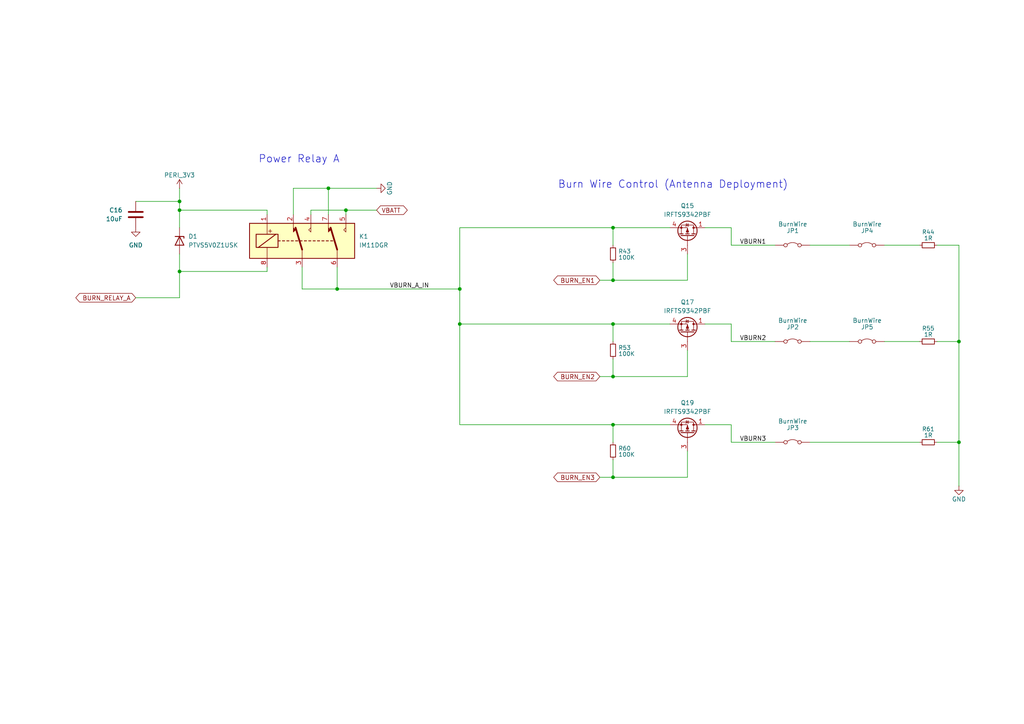
<source format=kicad_sch>
(kicad_sch (version 20231120) (generator "eeschema") (generator_version "8.0")
  (paper "A4")
  (lib_symbols
    (symbol "Device:C" (pin_numbers hide) (pin_names (offset 0.254))
      (property "Reference" "C" (at 0.635 2.54 0))
      (property "Value" "C" (at 0.635 -2.54 0))
      (symbol "C_0_1"
        (polyline (pts (xy -2.032 -0.762) (xy 2.032 -0.762)) (stroke (width 0.508)))
        (polyline (pts (xy -2.032 0.762) (xy 2.032 0.762)) (stroke (width 0.508)))
      )
      (symbol "C_1_1"
        (pin passive line (at 0 3.81 270) (length 2.794) (name "~") (number "1"))
        (pin passive line (at 0 -3.81 90) (length 2.794) (name "~") (number "2"))
      )
    )
    (symbol "Device:R_Small" (pin_numbers hide) (pin_names (offset 0.254) hide)
      (property "Reference" "R" (at 0.762 0.508 0))
      (property "Value" "R_Small" (at 0.762 -1.016 0))
      (symbol "R_Small_0_1"
        (rectangle (start -0.762 1.778) (end 0.762 -1.778) (stroke (width 0.2032)))
      )
      (symbol "R_Small_1_1"
        (pin passive line (at 0 2.54 270) (length 0.762) (name "~") (number "1"))
        (pin passive line (at 0 -2.54 90) (length 0.762) (name "~") (number "2"))
      )
    )
    (symbol "Diode:PTVS5V0Z1USK" (pin_numbers hide) (pin_names hide)
      (property "Reference" "D" (at 0 2.54 0))
      (property "Value" "PTVS5V0Z1USK" (at 0 -2.54 0))
      (symbol "PTVS5V0Z1USK_0_1"
        (polyline (pts (xy 1.27 0) (xy -1.27 0)))
        (polyline (pts (xy -1.27 -1.27) (xy -1.27 1.27) (xy -0.762 1.27)) (stroke (width 0.254)))
        (polyline (pts (xy 1.27 -1.27) (xy 1.27 1.27) (xy -1.27 0) (xy 1.27 -1.27)) (stroke (width 0.254)))
      )
      (symbol "PTVS5V0Z1USK_1_1"
        (pin passive line (at -3.81 0 0) (length 2.54) (name "K") (number "1"))
        (pin passive line (at 3.81 0 180) (length 2.54) (name "A") (number "2"))
      )
    )
    (symbol "Jumper:Jumper_2_Bridged" (pin_numbers hide) (pin_names (offset 0) hide) (exclude_from_sim yes)
      (property "Reference" "JP" (at 0 1.905 0))
      (property "Value" "Jumper_2_Bridged" (at 0 -2.54 0))
      (symbol "Jumper_2_Bridged_0_0"
        (circle (center -2.032 0) (radius 0.508))
        (circle (center 2.032 0) (radius 0.508))
      )
      (symbol "Jumper_2_Bridged_0_1"
        (arc (start 1.524 0.254) (mid 0 0.762) (end -1.524 0.254))
      )
      (symbol "Jumper_2_Bridged_1_1"
        (pin passive line (at -5.08 0 0) (length 2.54) (name "A") (number "1"))
        (pin passive line (at 5.08 0 180) (length 2.54) (name "B") (number "2"))
      )
    )
    (symbol "Relay:IM02"
      (property "Reference" "K" (at 16.51 3.81 0))
      (property "Value" "IM02" (at 16.51 1.27 0))
      (symbol "IM02_0_0"
        (text "+" (at -9.271 2.921 0) (effects (font (size 1.27 1.27))))
      )
      (symbol "IM02_0_1"
        (rectangle (start -15.24 5.08) (end 15.24 -5.08) (stroke (width 0.254)) (fill (type background)))
        (rectangle (start -13.335 1.905) (end -6.985 -1.905) (stroke (width 0.254)))
        (polyline (pts (xy -12.7 -1.905) (xy -7.62 1.905)) (stroke (width 0.254)))
        (polyline (pts (xy -10.16 -5.08) (xy -10.16 -1.905)))
        (polyline (pts (xy -10.16 5.08) (xy -10.16 1.905)))
        (polyline (pts (xy -6.985 0) (xy -6.35 0)) (stroke (width 0.254)))
        (polyline (pts (xy -5.715 0) (xy -5.08 0)) (stroke (width 0.254)))
        (polyline (pts (xy -4.445 0) (xy -3.81 0)) (stroke (width 0.254)))
        (polyline (pts (xy -3.175 0) (xy -2.54 0)) (stroke (width 0.254)))
        (polyline (pts (xy -1.905 0) (xy -1.27 0)) (stroke (width 0.254)))
        (polyline (pts (xy -0.635 0) (xy 0 0)) (stroke (width 0.254)))
        (polyline (pts (xy 0 -2.54) (xy -1.905 3.81)) (stroke (width 0.508)))
        (polyline (pts (xy 0 -2.54) (xy 0 -5.08)))
        (polyline (pts (xy 0.635 0) (xy 1.27 0)) (stroke (width 0.254)))
        (polyline (pts (xy 1.905 0) (xy 2.54 0)) (stroke (width 0.254)))
        (polyline (pts (xy 3.175 0) (xy 3.81 0)) (stroke (width 0.254)))
        (polyline (pts (xy 4.445 0) (xy 5.08 0)) (stroke (width 0.254)))
        (polyline (pts (xy 5.715 0) (xy 6.35 0)) (stroke (width 0.254)))
        (polyline (pts (xy 6.985 0) (xy 7.62 0)) (stroke (width 0.254)))
        (polyline (pts (xy 8.255 0) (xy 8.89 0)) (stroke (width 0.254)))
        (polyline (pts (xy 10.16 -2.54) (xy 8.255 3.81)) (stroke (width 0.508)))
        (polyline (pts (xy 10.16 -2.54) (xy 10.16 -5.08)))
        (polyline (pts (xy -2.54 5.08) (xy -2.54 2.54) (xy -1.905 3.175) (xy -2.54 3.81)) (fill (type outline)))
        (polyline (pts (xy 2.54 5.08) (xy 2.54 2.54) (xy 1.905 3.175) (xy 2.54 3.81)))
        (polyline (pts (xy 7.62 5.08) (xy 7.62 2.54) (xy 8.255 3.175) (xy 7.62 3.81)) (fill (type outline)))
        (polyline (pts (xy 12.7 5.08) (xy 12.7 2.54) (xy 12.065 3.175) (xy 12.7 3.81)))
      )
      (symbol "IM02_1_1"
        (pin passive line (at -10.16 7.62 270) (length 2.54) (name "~") (number "1"))
        (pin passive line (at -2.54 7.62 270) (length 2.54) (name "~") (number "2"))
        (pin passive line (at 0 -7.62 90) (length 2.54) (name "~") (number "3"))
        (pin passive line (at 2.54 7.62 270) (length 2.54) (name "~") (number "4"))
        (pin passive line (at 12.7 7.62 270) (length 2.54) (name "~") (number "5"))
        (pin passive line (at 10.16 -7.62 90) (length 2.54) (name "~") (number "6"))
        (pin passive line (at 7.62 7.62 270) (length 2.54) (name "~") (number "7"))
        (pin passive line (at -10.16 -7.62 90) (length 2.54) (name "~") (number "8"))
      )
    )
    (symbol "Transistor_FET:IRFTS9342PBF" (pin_names hide)
      (property "Reference" "Q" (at 5.08 1.905 0))
      (property "Value" "IRFTS9342PBF" (at 5.08 0 0))
      (symbol "IRFTS9342PBF_0_1"
        (polyline (pts (xy 0.254 0) (xy -2.54 0)))
        (polyline (pts (xy 0.254 1.905) (xy 0.254 -1.905)) (stroke (width 0.254)))
        (polyline (pts (xy 0.762 -1.27) (xy 0.762 -2.286)) (stroke (width 0.254)))
        (polyline (pts (xy 0.762 0.508) (xy 0.762 -0.508)) (stroke (width 0.254)))
        (polyline (pts (xy 0.762 2.286) (xy 0.762 1.27)) (stroke (width 0.254)))
        (polyline (pts (xy 2.54 2.54) (xy 2.54 1.778)))
        (polyline (pts (xy 2.54 -2.54) (xy 2.54 0) (xy 0.762 0)))
        (polyline (pts (xy 0.762 1.778) (xy 3.302 1.778) (xy 3.302 -1.778) (xy 0.762 -1.778)))
        (polyline (pts (xy 2.286 0) (xy 1.27 0.381) (xy 1.27 -0.381) (xy 2.286 0)) (fill (type outline)))
        (polyline (pts (xy 2.794 -0.508) (xy 2.921 -0.381) (xy 3.683 -0.381) (xy 3.81 -0.254)))
        (polyline (pts (xy 3.302 -0.381) (xy 2.921 0.254) (xy 3.683 0.254) (xy 3.302 -0.381)))
        (circle (center 1.651 0) (radius 2.794) (stroke (width 0.254)))
        (circle (center 2.54 -1.778) (radius 0.254) (fill (type outline)))
        (circle (center 2.54 1.778) (radius 0.254) (fill (type outline)))
      )
      (symbol "IRFTS9342PBF_1_1"
        (pin passive line (at 2.54 5.08 270) (length 2.54) (name "D") (number "1"))
        (pin passive line (at 2.54 5.08 270) (length 2.54) hide (name "D") (number "2"))
        (pin input line (at -5.08 0 0) (length 2.54) (name "G") (number "3"))
        (pin passive line (at 2.54 -5.08 90) (length 2.54) (name "S") (number "4"))
        (pin passive line (at 2.54 5.08 270) (length 2.54) hide (name "D") (number "5"))
        (pin passive line (at 2.54 5.08 270) (length 2.54) hide (name "D") (number "6"))
      )
    )
    (symbol "power:+3.3V" (power) (pin_numbers hide) (pin_names (offset 0) hide)
      (property "Value" "+3.3V" (at 0 3.556 0))
      (symbol "+3.3V_0_1"
        (polyline (pts (xy -0.762 1.27) (xy 0 2.54)))
        (polyline (pts (xy 0 0) (xy 0 2.54)))
        (polyline (pts (xy 0 2.54) (xy 0.762 1.27)))
      )
      (symbol "+3.3V_1_1"
        (pin power_in line (at 0 0 90) (length 0) (name "~") (number "1"))
      )
    )
    (symbol "power:GND" (power) (pin_numbers hide) (pin_names (offset 0) hide)
      (property "Value" "GND" (at 0 -3.81 0))
      (symbol "GND_0_1"
        (polyline (pts (xy 0 0) (xy 0 -1.27) (xy 1.27 -1.27) (xy 0 -2.54) (xy -1.27 -1.27) (xy 0 -1.27)))
      )
      (symbol "GND_1_1"
        (pin power_in line (at 0 0 270) (length 0) (name "~") (number "1"))
      )
    )
  )
  (junction (at 177.8 138.43))
  (junction (at 177.8 93.98))
  (junction (at 177.8 81.28))
  (junction (at 52.07 60.96))
  (junction (at 278.13 99.06))
  (junction (at 177.8 123.19))
  (junction (at 278.13 128.27))
  (junction (at 52.07 78.74))
  (junction (at 95.25 54.61))
  (junction (at 133.35 83.82))
  (junction (at 97.79 83.82))
  (junction (at 52.07 58.42))
  (junction (at 133.35 93.98))
  (junction (at 177.8 66.04))
  (junction (at 100.33 60.96))
  (junction (at 177.8 109.22))
  (wire (pts (xy 39.37 58.42) (xy 52.07 58.42)))
  (wire (pts (xy 133.35 83.82) (xy 133.35 93.98)))
  (wire (pts (xy 133.35 93.98) (xy 177.8 93.98)))
  (wire (pts (xy 177.8 93.98) (xy 177.8 99.06)))
  (wire (pts (xy 133.35 123.19) (xy 177.8 123.19)))
  (wire (pts (xy 199.39 81.28) (xy 199.39 73.66)))
  (wire (pts (xy 234.95 128.27) (xy 266.7 128.27)))
  (wire (pts (xy 52.07 78.74) (xy 52.07 73.66)))
  (wire (pts (xy 52.07 54.61) (xy 52.07 58.42)))
  (wire (pts (xy 177.8 93.98) (xy 194.31 93.98)))
  (wire (pts (xy 177.8 104.14) (xy 177.8 109.22)))
  (wire (pts (xy 177.8 109.22) (xy 199.39 109.22)))
  (wire (pts (xy 173.99 109.22) (xy 177.8 109.22)))
  (wire (pts (xy 234.95 99.06) (xy 246.38 99.06)))
  (wire (pts (xy 95.25 54.61) (xy 109.22 54.61)))
  (wire (pts (xy 133.35 66.04) (xy 177.8 66.04)))
  (wire (pts (xy 212.09 66.04) (xy 212.09 71.12)))
  (wire (pts (xy 204.47 66.04) (xy 212.09 66.04)))
  (wire (pts (xy 212.09 71.12) (xy 224.79 71.12)))
  (wire (pts (xy 133.35 93.98) (xy 133.35 123.19)))
  (wire (pts (xy 177.8 81.28) (xy 199.39 81.28)))
  (wire (pts (xy 278.13 71.12) (xy 278.13 99.06)))
  (wire (pts (xy 95.25 54.61) (xy 95.25 62.23)))
  (wire (pts (xy 177.8 133.35) (xy 177.8 138.43)))
  (wire (pts (xy 212.09 128.27) (xy 224.79 128.27)))
  (wire (pts (xy 97.79 77.47) (xy 97.79 83.82)))
  (wire (pts (xy 39.37 86.36) (xy 52.07 86.36)))
  (wire (pts (xy 204.47 93.98) (xy 212.09 93.98)))
  (wire (pts (xy 278.13 140.97) (xy 278.13 128.27)))
  (wire (pts (xy 77.47 78.74) (xy 77.47 77.47)))
  (wire (pts (xy 199.39 109.22) (xy 199.39 101.6)))
  (wire (pts (xy 256.54 99.06) (xy 266.7 99.06)))
  (wire (pts (xy 173.99 81.28) (xy 177.8 81.28)))
  (wire (pts (xy 212.09 99.06) (xy 224.79 99.06)))
  (wire (pts (xy 177.8 76.2) (xy 177.8 81.28)))
  (wire (pts (xy 199.39 138.43) (xy 199.39 130.81)))
  (wire (pts (xy 133.35 83.82) (xy 133.35 66.04)))
  (wire (pts (xy 85.09 54.61) (xy 85.09 62.23)))
  (wire (pts (xy 212.09 123.19) (xy 212.09 128.27)))
  (wire (pts (xy 278.13 71.12) (xy 271.78 71.12)))
  (wire (pts (xy 77.47 60.96) (xy 77.47 62.23)))
  (wire (pts (xy 52.07 78.74) (xy 77.47 78.74)))
  (wire (pts (xy 52.07 78.74) (xy 52.07 86.36)))
  (wire (pts (xy 177.8 123.19) (xy 177.8 128.27)))
  (wire (pts (xy 234.95 71.12) (xy 246.38 71.12)))
  (wire (pts (xy 173.99 138.43) (xy 177.8 138.43)))
  (wire (pts (xy 52.07 58.42) (xy 52.07 60.96)))
  (wire (pts (xy 100.33 60.96) (xy 109.22 60.96)))
  (wire (pts (xy 52.07 60.96) (xy 52.07 66.04)))
  (wire (pts (xy 85.09 54.61) (xy 95.25 54.61)))
  (wire (pts (xy 87.63 83.82) (xy 87.63 77.47)))
  (wire (pts (xy 204.47 123.19) (xy 212.09 123.19)))
  (wire (pts (xy 256.54 71.12) (xy 266.7 71.12)))
  (wire (pts (xy 177.8 66.04) (xy 177.8 71.12)))
  (wire (pts (xy 271.78 128.27) (xy 278.13 128.27)))
  (wire (pts (xy 212.09 93.98) (xy 212.09 99.06)))
  (wire (pts (xy 90.17 60.96) (xy 100.33 60.96)))
  (wire (pts (xy 90.17 60.96) (xy 90.17 62.23)))
  (wire (pts (xy 100.33 60.96) (xy 100.33 62.23)))
  (wire (pts (xy 87.63 83.82) (xy 97.79 83.82)))
  (wire (pts (xy 177.8 66.04) (xy 194.31 66.04)))
  (wire (pts (xy 52.07 60.96) (xy 77.47 60.96)))
  (wire (pts (xy 177.8 138.43) (xy 199.39 138.43)))
  (wire (pts (xy 271.78 99.06) (xy 278.13 99.06)))
  (wire (pts (xy 278.13 99.06) (xy 278.13 128.27)))
  (wire (pts (xy 177.8 123.19) (xy 194.31 123.19)))
  (wire (pts (xy 97.79 83.82) (xy 133.35 83.82)))
  (text "Burn Wire Control (Antenna Deployment)" (at 161.798 54.864 0) (effects (font (size 2.159 2.159)) (justify left bottom)))
  (text "Power Relay A" (at 74.93 47.498 0) (effects (font (size 2.159 2.159)) (justify left bottom)))
  (label "VBURN3" (at 222.25 128.27 180))
  (label "VBURN_A_IN" (at 113.03 83.82 0))
  (label "VBURN2" (at 222.25 99.06 180))
  (label "VBURN1" (at 222.25 71.12 180))
  (global_label "BURN_EN1" (shape bidirectional) (at 173.99 81.28 180) (property "Intersheetrefs" "${INTERSHEET_REFS}" (effects (hide yes))))
  (global_label "BURN_RELAY_A" (shape bidirectional) (at 39.37 86.36 180) (property "Intersheetrefs" "${INTERSHEET_REFS}" (effects (hide yes))))
  (global_label "BURN_EN3" (shape bidirectional) (at 173.99 138.43 180) (property "Intersheetrefs" "${INTERSHEET_REFS}" (effects (hide yes))))
  (global_label "VBATT" (shape bidirectional) (at 109.22 60.96 0) (property "Intersheetrefs" "${INTERSHEET_REFS}" (effects (hide yes))))
  (global_label "BURN_EN2" (shape bidirectional) (at 173.99 109.22 180) (property "Intersheetrefs" "${INTERSHEET_REFS}" (effects (hide yes))))
  (symbol (lib_id "Device:R_Small") (at 177.8 101.6 180) (unit 1)
    (property "Reference" "R53" (at 179.324 100.838 0) (effects (font (size 1.2 1.2)) (justify right)))
    (property "Value" "100K" (at 179.324 102.616 0) (effects (font (size 1.2 1.2)) (justify right)))
    (property "Footprint" "Resistor_SMD:R_0603_1608Metric" (effects (hide yes)))
    (property "Description" "Resistor, small symbol" (effects (hide yes)))
  )
  (symbol (lib_id "Jumper:Jumper_2_Bridged") (at 251.46 71.12 0) (unit 1)
    (property "Reference" "JP4" (at 249.682 66.929 0) (effects (justify left)))
    (property "Value" "BurnWire" (at 247.269 65.024 0) (effects (justify left)))
    (property "Footprint" "Argus-Miscellaneous:Burn-Wire" (effects (hide yes)))
  )
  (symbol (lib_id "Transistor_FET:IRFTS9342PBF") (at 199.39 125.73 270) (mirror x) (unit 1)
    (property "Reference" "Q19" (at 199.39 116.84 90))
    (property "Value" "IRFTS9342PBF" (at 199.39 119.38 90))
    (property "Footprint" "Package_SO:TSOP-6_1.65x3.05mm_P0.95mm" (effects (hide yes)))
    (property "Datasheet" "https://www.infineon.com/dgdl/irfts9342pbf.pdf?fileId=5546d462533600a40153563aeabc21f3" (effects (hide yes)))
    (property "Description" "-5.8A Id, -30V Vds, 40mOhm Rds, P-Channel HEXFET Power MOSFET, TSOP-6" (effects (hide yes)))
  )
  (symbol (lib_id "power:GND") (at 278.13 140.97 0) (unit 1)
    (property "Reference" "#PWR032" (effects (hide yes)))
    (property "Value" "GND" (at 278.13 144.78 0))
    (property "Description" "Power symbol creates a global label with name \"GND\" , ground" (effects (hide yes)))
  )
  (symbol (lib_id "power:GND") (at 109.22 54.61 90) (unit 1)
    (property "Reference" "#PWR028" (effects (hide yes)))
    (property "Value" "GND" (at 113.03 54.61 0))
    (property "Description" "Power symbol creates a global label with name \"GND\" , ground" (effects (hide yes)))
  )
  (symbol (lib_id "Jumper:Jumper_2_Bridged") (at 229.87 99.06 0) (unit 1)
    (property "Reference" "JP2" (at 228.092 94.869 0) (effects (justify left)))
    (property "Value" "BurnWire" (at 225.679 92.964 0) (effects (justify left)))
    (property "Footprint" "Argus-Miscellaneous:Burn-Wire" (effects (hide yes)))
  )
  (symbol (lib_id "Device:C") (at 39.37 62.23 0) (mirror y) (unit 1)
    (property "Reference" "C16" (at 35.56 60.9599 0) (effects (justify left)))
    (property "Value" "10uF" (at 35.56 63.4999 0) (effects (justify left)))
    (property "Footprint" "Capacitor_SMD:C_1206_3216Metric" (effects (hide yes)))
    (property "Description" "Unpolarized capacitor" (effects (hide yes)))
  )
  (symbol (lib_id "Jumper:Jumper_2_Bridged") (at 251.46 99.06 0) (unit 1)
    (property "Reference" "JP5" (at 249.682 94.869 0) (effects (justify left)))
    (property "Value" "BurnWire" (at 247.269 92.964 0) (effects (justify left)))
    (property "Footprint" "Argus-Miscellaneous:Burn-Wire" (effects (hide yes)))
  )
  (symbol (lib_id "Device:R_Small") (at 269.24 71.12 270) (unit 1)
    (property "Reference" "R44" (at 269.24 67.31 90) (effects (font (size 1.2 1.2))))
    (property "Value" "1R" (at 269.24 69.088 90) (effects (font (size 1.2 1.2))))
    (property "Footprint" "Resistor_SMD:R_1206_3216Metric" (effects (hide yes)))
    (property "Description" "Resistor, small symbol" (effects (hide yes)))
  )
  (symbol (lib_id "Relay:IM02") (at 87.63 69.85 0) (unit 1)
    (property "Reference" "K1" (at 104.14 68.5799 0) (effects (justify left)))
    (property "Value" "IM11DGR" (at 104.14 71.1199 0) (effects (justify left)))
    (property "Footprint" "Argus-Miscellaneous:RELAY8_SMTGUL_TEC" (effects (hide yes)))
    (property "Datasheet" "http://www.te.com/commerce/DocumentDelivery/DDEController?Action=srchrtrv&DocNm=108-98001&DocType=SS&DocLang=EN" (effects (hide yes)))
    (property "Description" "IM Relay, standard version, monostable, switching current 2/5A, power 60W/62.5VA, voltage 220VDC/250VAC" (effects (hide yes)))
  )
  (symbol (lib_id "Device:R_Small") (at 269.24 128.27 270) (unit 1)
    (property "Reference" "R61" (at 269.24 124.46 90) (effects (font (size 1.2 1.2))))
    (property "Value" "1R" (at 269.24 126.238 90) (effects (font (size 1.2 1.2))))
    (property "Footprint" "Resistor_SMD:R_1206_3216Metric" (effects (hide yes)))
    (property "Description" "Resistor, small symbol" (effects (hide yes)))
  )
  (symbol (lib_id "Transistor_FET:IRFTS9342PBF") (at 199.39 68.58 270) (mirror x) (unit 1)
    (property "Reference" "Q15" (at 199.39 59.69 90))
    (property "Value" "IRFTS9342PBF" (at 199.39 62.23 90))
    (property "Footprint" "Package_SO:TSOP-6_1.65x3.05mm_P0.95mm" (effects (hide yes)))
    (property "Datasheet" "https://www.infineon.com/dgdl/irfts9342pbf.pdf?fileId=5546d462533600a40153563aeabc21f3" (effects (hide yes)))
    (property "Description" "-5.8A Id, -30V Vds, 40mOhm Rds, P-Channel HEXFET Power MOSFET, TSOP-6" (effects (hide yes)))
  )
  (symbol (lib_id "Device:R_Small") (at 177.8 73.66 180) (unit 1)
    (property "Reference" "R43" (at 179.324 72.898 0) (effects (font (size 1.2 1.2)) (justify right)))
    (property "Value" "100K" (at 179.324 74.676 0) (effects (font (size 1.2 1.2)) (justify right)))
    (property "Footprint" "Resistor_SMD:R_0603_1608Metric" (effects (hide yes)))
    (property "Description" "Resistor, small symbol" (effects (hide yes)))
  )
  (symbol (lib_id "Diode:PTVS5V0Z1USK") (at 52.07 69.85 270) (unit 1)
    (property "Reference" "D1" (at 54.61 68.5799 90) (effects (justify left)))
    (property "Value" "PTVS5V0Z1USK" (at 54.61 71.1199 90) (effects (justify left)))
    (property "Footprint" "Diode_SMD:Nexperia_DSN1608-2_1.6x0.8mm" (effects (hide yes)))
    (property "Datasheet" "https://assets.nexperia.com/documents/data-sheet/PTVS5V0Z1USK.pdf" (effects (hide yes)))
    (property "Description" "5V, 1200W TVS unidirectional diode, DSN1608-2" (effects (hide yes)))
  )
  (symbol (lib_id "Transistor_FET:IRFTS9342PBF") (at 199.39 96.52 270) (mirror x) (unit 1)
    (property "Reference" "Q17" (at 199.39 87.63 90))
    (property "Value" "IRFTS9342PBF" (at 199.39 90.17 90))
    (property "Footprint" "Package_SO:TSOP-6_1.65x3.05mm_P0.95mm" (effects (hide yes)))
    (property "Datasheet" "https://www.infineon.com/dgdl/irfts9342pbf.pdf?fileId=5546d462533600a40153563aeabc21f3" (effects (hide yes)))
    (property "Description" "-5.8A Id, -30V Vds, 40mOhm Rds, P-Channel HEXFET Power MOSFET, TSOP-6" (effects (hide yes)))
  )
  (symbol (lib_id "power:GND") (at 39.37 66.04 0) (mirror y) (unit 1)
    (property "Reference" "#PWR050" (effects (hide yes)))
    (property "Value" "GND" (at 39.37 71.12 0))
    (property "Description" "Power symbol creates a global label with name \"GND\" , ground" (effects (hide yes)))
  )
  (symbol (lib_id "Device:R_Small") (at 177.8 130.81 180) (unit 1)
    (property "Reference" "R60" (at 179.324 130.048 0) (effects (font (size 1.2 1.2)) (justify right)))
    (property "Value" "100K" (at 179.324 131.826 0) (effects (font (size 1.2 1.2)) (justify right)))
    (property "Footprint" "Resistor_SMD:R_0603_1608Metric" (effects (hide yes)))
    (property "Description" "Resistor, small symbol" (effects (hide yes)))
  )
  (symbol (lib_id "Jumper:Jumper_2_Bridged") (at 229.87 71.12 0) (unit 1)
    (property "Reference" "JP1" (at 228.092 66.929 0) (effects (justify left)))
    (property "Value" "BurnWire" (at 225.679 65.024 0) (effects (justify left)))
    (property "Footprint" "Argus-Miscellaneous:Burn-Wire" (effects (hide yes)))
  )
  (symbol (lib_id "power:+3.3V") (at 52.07 54.61 0) (unit 1)
    (property "Reference" "#PWR03" (effects (hide yes)))
    (property "Value" "PERI_3V3" (at 52.07 50.8 0))
    (property "Description" "Power symbol creates a global label with name \"+3.3V\"" (effects (hide yes)))
  )
  (symbol (lib_id "Device:R_Small") (at 269.24 99.06 270) (unit 1)
    (property "Reference" "R55" (at 269.24 95.25 90) (effects (font (size 1.2 1.2))))
    (property "Value" "1R" (at 269.24 97.028 90) (effects (font (size 1.2 1.2))))
    (property "Footprint" "Resistor_SMD:R_1206_3216Metric" (effects (hide yes)))
    (property "Description" "Resistor, small symbol" (effects (hide yes)))
  )
  (symbol (lib_id "Jumper:Jumper_2_Bridged") (at 229.87 128.27 0) (unit 1)
    (property "Reference" "JP3" (at 228.092 124.079 0) (effects (justify left)))
    (property "Value" "BurnWire" (at 225.679 122.174 0) (effects (justify left)))
    (property "Footprint" "Argus-Miscellaneous:Burn-Wire" (effects (hide yes)))
  )
)
</source>
